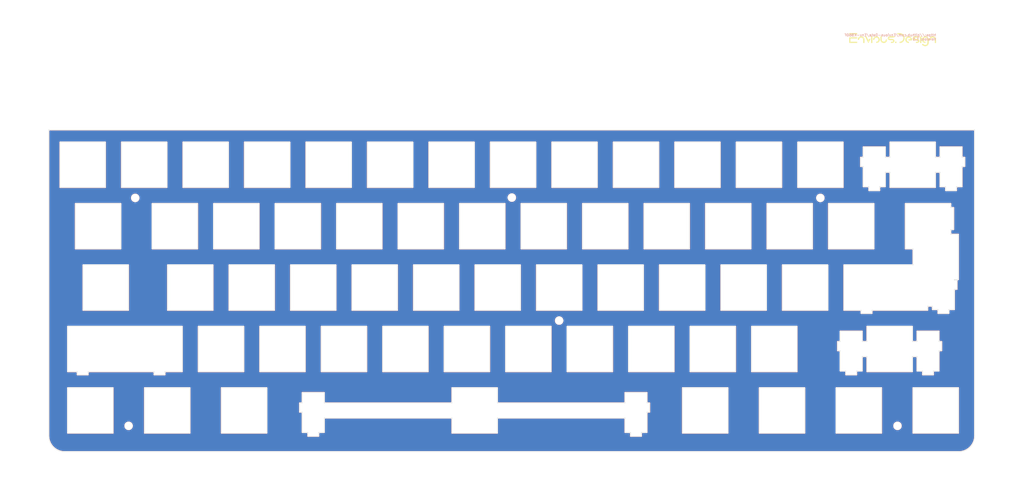
<source format=kicad_pcb>
(kicad_pcb (version 20240108) (generator "pcbnew") (generator_version "8.0")
  (layers (0 "F.Cu" signal) (31 "B.Cu" signal) (34 "B.Paste" user) (35 "F.Paste" user) (36 "B.SilkS" user "B.Silkscreen") (37 "F.SilkS" user "F.Silkscreen") (38 "B.Mask" user) (39 "F.Mask" user) (44 "Edge.Cuts" user))
  (net 0 "")
  (footprint "Env_Extras:MountingHole_2.2mm_M2-MODIFIED" (layer "F.Cu") (at 233.15 122.85)
    (property "Reference" "H1")
    (property "Value" "MountingHole")
    (pad "" np_thru_hole circle (at 0 0) (size 2.2 2.2) (drill 2.2) (layers "*.Cu" "*.Mask"))
  )
  (footprint "Env_Extras:MountingHole_2.2mm_M2-MODIFIED" (layer "F.Cu") (at 87 38.1)
    (property "Reference" "H3")
    (property "Value" "MountingHole")
    (pad "" np_thru_hole circle (at 0 0) (size 2.2 2.2) (drill 2.2) (layers "*.Cu" "*.Mask"))
  )
  (footprint "Env_Extras:MountingHole_2.2mm_M2-MODIFIED" (layer "F.Cu") (at 218.5 84.7)
    (property "Reference" "H9")
    (property "Value" "MountingHole")
    (pad "" np_thru_hole circle (at 0 0) (size 2.2 2.2) (drill 2.2) (layers "*.Cu" "*.Mask"))
  )
  (footprint "Env_Extras:MountingHole_2.2mm_M2-MODIFIED" (layer "F.Cu") (at 314.1 84.8)
    (property "Reference" "H10")
    (property "Value" "MountingHole")
    (pad "" np_thru_hole circle (at 0 0) (size 2.2 2.2) (drill 2.2) (layers "*.Cu" "*.Mask"))
  )
  (footprint "Env_Extras:MountingHole_2.2mm_M2-MODIFIED" (layer "F.Cu") (at 99.75 155.5)
    (property "Reference" "H2")
    (property "Value" "MountingHole")
    (pad "" np_thru_hole circle (at 0 0) (size 2.2 2.2) (drill 2.2) (layers "*.Cu" "*.Mask"))
  )
  (footprint "Env_Extras:MountingHole_2.2mm_M2-MODIFIED" (layer "F.Cu") (at 101.8 84.8)
    (property "Reference" "H4")
    (property "Value" "MountingHole")
    (pad "" np_thru_hole circle (at 0 0) (size 2.2 2.2) (drill 2.2) (layers "*.Cu" "*.Mask"))
  )
  (footprint "Env_Extras:MountingHole_2.2mm_M2-MODIFIED" (layer "F.Cu") (at 338 155.5)
    (property "Reference" "H6")
    (property "Value" "MountingHole")
    (pad "" np_thru_hole circle (at 0 0) (size 2.2 2.2) (drill 2.2) (layers "*.Cu" "*.Mask"))
  )
  (footprint "Env_Extras:MountingHole_2.2mm_M2-MODIFIED" (layer "F.Cu") (at 353.05 36.5)
    (property "Reference" "H11")
    (property "Value" "MountingHole")
    (pad "" np_thru_hole circle (at 0 0) (size 2.2 2.2) (drill 2.2) (layers "*.Cu" "*.Mask"))
  )
  (footprint "kibuzzard-627518B3" (layer "F.Cu") (at 336.5 35.7)
    (property "Reference" "kibuzzard-627518B3" (hide yes))
    (property "Value" "G***" (hide yes))
    (fp_poly (pts (xy -11.031141 -1.980406) (xy -11.031141 -1.68275) (xy -13.408422 -1.68275) (xy -13.408422 -1.980406) (xy -11.031141 -1.980406)) (stroke (width 0.1)) (fill solid) (layer "F.SilkS"))
    (fp_poly (pts (xy -6.332141 1.004094) (xy -6.629797 1.004094) (xy -6.629797 -0.980281) (xy -6.332141 -0.980281) (xy -6.332141 1.004094)) (stroke (width 0.1)) (fill solid) (layer "F.SilkS"))
    (fp_poly (pts (xy 0.803672 0.678656) (xy 1.137047 0.678656) (xy 1.137047 1.000125) (xy 0.803672 1.000125) (xy 0.803672 0.678656)) (stroke (width 0.1)) (fill solid) (layer "F.SilkS"))
    (fp_poly (pts (xy 8.832453 1.004094) (xy 8.534797 1.004094) (xy 8.534797 -0.980281) (xy 8.832453 -0.980281) (xy 8.832453 1.004094)) (stroke (width 0.1)) (fill solid) (layer "F.SilkS"))
    (fp_poly (pts (xy -7.272734 -0.194469) (xy -6.931422 -0.194469) (xy -7.514828 0.968375) (xy -7.514828 0.988219) (xy -8.483203 -0.972344) (xy -8.153797 -0.972344) (xy -7.514828 0.329406) (xy -7.514828 0.309563) (xy -7.272734 -0.194469)) (stroke (width 0.1)) (fill solid) (layer "F.SilkS"))
    (fp_poly (pts (xy -11.031141 -0.396875) (xy -13.114734 -0.396875) (xy -13.114734 0.6985) (xy -11.031141 0.6985) (xy -11.031141 0.992188) (xy -13.408422 0.992188) (xy -13.408422 0.896938) (xy -13.408422 -0.396875) (xy -13.408422 -0.690563) (xy -11.031141 -0.690563) (xy -11.031141 -0.396875)) (stroke (width 0.1)) (fill solid) (layer "F.SilkS"))
    (fp_poly (pts (xy -10.757297 0.003969) (xy -10.737453 -0.195957) (xy -10.677922 -0.382984) (xy -10.584656 -0.552648) (xy -10.463609 -0.700484) (xy -10.317262 -0.82302) (xy -10.148094 -0.916781) (xy -9.961066 -0.976313) (xy -9.761141 -0.996156) (xy -9.561215 -0.976313) (xy -9.374188 -0.916781) (xy -9.204523 -0.82302) (xy -9.056688 -0.700484) (xy -8.934152 -0.552648) (xy -8.840391 -0.382984) (xy -8.780859 -0.195957) (xy -8.761016 0.003969) (xy -8.761016 1.000125) (xy -9.062641 1.000125) (xy -9.062641 0.003969) (xy -9.116219 -0.265906) (xy -9.265047 -0.488156) (xy -9.487297 -0.638969) (xy -9.761141 -0.694531) (xy -10.034984 -0.638969) (xy -10.257234 -0.488156) (xy -10.406063 -0.265906) (xy -10.459641 0.003969) (xy -10.757297 0.003969)) (stroke (width 0.1)) (fill solid) (layer "F.SilkS"))
    (fp_poly (pts (xy 11.412141 0.003969) (xy 11.431984 -0.195957) (xy 11.491516 -0.382984) (xy 11.584781 -0.552648) (xy 11.705828 -0.700484) (xy 11.852176 -0.82302) (xy 12.021344 -0.916781) (xy 12.208371 -0.976313) (xy 12.408297 -0.996156) (xy 12.608223 -0.976313) (xy 12.79525 -0.916781) (xy 12.964914 -0.82302) (xy 13.11275 -0.700484) (xy 13.235285 -0.552648) (xy 13.329047 -0.382984) (xy 13.388578 -0.195957) (xy 13.408422 0.003969) (xy 13.408422 1.000125) (xy 13.106797 1.000125) (xy 13.106797 0.003969) (xy 13.053219 -0.265906) (xy 12.904391 -0.488156) (xy 12.682141 -0.638969) (xy 12.408297 -0.694531) (xy 12.134453 -0.638969) (xy 11.912203 -0.488156) (xy 11.763375 -0.265906) (xy 11.709797 0.003969) (xy 11.412141 0.003969)) (stroke (width 0.1)) (fill solid) (layer "F.SilkS"))
    (fp_poly (pts (xy -2.756297 0.702469) (xy -2.488406 0.646906) (xy -2.268141 0.498078) (xy -2.117328 0.277813) (xy -2.061766 0.007938) (xy -2.061766 0) (xy -1.760141 0) (xy -1.760141 0.007938) (xy -1.779984 0.207863) (xy -1.839516 0.394891) (xy -1.932781 0.564059) (xy -2.053828 0.710406) (xy -2.200672 0.831453) (xy -2.371328 0.924719) (xy -2.558852 0.98425) (xy -2.756297 1.004094) (xy -2.956223 0.98425) (xy -3.14325 0.924719) (xy -3.312418 0.831453) (xy -3.458766 0.710406) (xy -3.579813 0.564059) (xy -3.673078 0.394891) (xy -3.732609 0.207863) (xy -3.752453 0.007938) (xy -3.752453 -0.988219) (xy -3.450828 -0.988219) (xy -3.450828 0.007938) (xy -3.39725 0.277813) (xy -3.250406 0.498078) (xy -3.030141 0.646906) (xy -2.756297 0.702469)) (stroke (width 0.1)) (fill solid) (layer "F.SilkS"))
    (fp_poly (pts (xy 1.490266 -1.976438) (xy 2.276078 -1.976438) (xy 2.501305 -1.951137) (xy 2.740422 -1.875234) (xy 2.976563 -1.751211) (xy 3.192859 -1.581547) (xy 3.381375 -1.36773) (xy 3.534172 -1.11125) (xy 3.635375 -0.815578) (xy 3.669109 -0.484188) (xy 3.638848 -0.178098) (xy 3.548063 0.105172) (xy 3.408164 0.358676) (xy 3.230563 0.575469) (xy 3.020715 0.752574) (xy 2.784078 0.887016) (xy 2.532063 0.971848) (xy 2.276078 1.000125) (xy 2.188766 1.000125) (xy 2.188766 0.702469) (xy 2.41548 0.680641) (xy 2.63525 0.615156) (xy 2.839145 0.51048) (xy 3.018234 0.371078) (xy 3.168055 0.198438) (xy 3.284141 -0.005953) (xy 3.358555 -0.237629) (xy 3.383359 -0.492125) (xy 3.362027 -0.715367) (xy 3.298031 -0.932656) (xy 3.19534 -1.135063) (xy 3.057922 -1.313656) (xy 2.88677 -1.464469) (xy 2.682875 -1.583531) (xy 2.449215 -1.660922) (xy 2.188766 -1.686719) (xy 1.490266 -1.686719) (xy 1.490266 -1.976438)) (stroke (width 0.1)) (fill solid) (layer "F.SilkS"))
    (fp_poly (pts (xy -5.034359 -0.980281) (xy -4.83741 -0.960934) (xy -4.651375 -0.902891) (xy -4.482207 -0.811113) (xy -4.335859 -0.690563) (xy -4.215309 -0.544215) (xy -4.123531 -0.375047) (xy -4.065488 -0.189012) (xy -4.046141 0.007938) (xy -4.065488 0.207863) (xy -4.123531 0.394891) (xy -4.215309 0.563563) (xy -4.335859 0.708422) (xy -4.482207 0.826988) (xy -4.651375 0.916781) (xy -4.83741 0.973336) (xy -5.034359 0.992188) (xy -5.034359 0.694531) (xy -4.764484 0.640953) (xy -4.544219 0.494109) (xy -4.397375 0.275828) (xy -4.343797 0.007938) (xy -4.397375 -0.261938) (xy -4.544219 -0.482203) (xy -4.764484 -0.629047) (xy -5.034359 -0.682625) (xy -5.30225 -0.629047) (xy -5.520531 -0.482203) (xy -5.667375 -0.261938) (xy -5.720953 0.007938) (xy -6.018609 0.007938) (xy -5.999262 -0.189012) (xy -5.941219 -0.375047) (xy -5.849441 -0.544215) (xy -5.728891 -0.690563) (xy -5.583039 -0.811113) (xy -5.415359 -0.902891) (xy -5.230813 -0.960934) (xy -5.034359 -0.980281)) (stroke (width 0.1)) (fill solid) (layer "F.SilkS"))
    (fp_poly (pts (xy -1.192609 -0.4445) (xy -1.075531 -0.250031) (xy -0.791766 -0.194469) (xy -0.494109 -0.194469) (xy -0.319484 -0.1905) (xy -0.105172 -0.168672) (xy 0.115094 -0.115094) (xy 0.311547 -0.011906) (xy 0.452438 0.156766) (xy 0.506016 0.404813) (xy 0.452438 0.646906) (xy 0.313531 0.811609) (xy 0.121047 0.914797) (xy -0.097234 0.970359) (xy -0.309563 0.992188) (xy -0.482203 0.996156) (xy -0.482203 0.706438) (xy -0.303609 0.710406) (xy -0.075406 0.690563) (xy 0.121047 0.60325) (xy 0.204391 0.404813) (xy 0.156766 0.246063) (xy 0.035719 0.154781) (xy -0.123031 0.115094) (xy -0.283766 0.107156) (xy -0.791766 0.107156) (xy -1.073547 0.067469) (xy -1.291828 -0.045641) (xy -1.432719 -0.22225) (xy -1.482328 -0.452438) (xy -1.406922 -0.710406) (xy -1.212453 -0.875109) (xy -0.948531 -0.964406) (xy -0.664766 -0.992188) (xy 0.506016 -0.992188) (xy 0.506016 -0.690563) (xy -0.791766 -0.682625) (xy -0.894953 -0.668734) (xy -1.027906 -0.635) (xy -1.143 -0.565547) (xy -1.192609 -0.4445)) (stroke (width 0.1)) (fill solid) (layer "F.SilkS"))
    (fp_poly (pts (xy 6.538516 -0.4445) (xy 6.655594 -0.250031) (xy 6.939359 -0.194469) (xy 7.237016 -0.194469) (xy 7.411641 -0.1905) (xy 7.625953 -0.168672) (xy 7.846219 -0.115094) (xy 8.042672 -0.011906) (xy 8.183563 0.156766) (xy 8.237141 0.404813) (xy 8.183563 0.646906) (xy 8.044656 0.811609) (xy 7.852172 0.914797) (xy 7.633891 0.970359) (xy 7.421563 0.992188) (xy 7.248922 0.996156) (xy 7.248922 0.706438) (xy 7.427516 0.710406) (xy 7.655719 0.690563) (xy 7.852172 0.60325) (xy 7.935516 0.404813) (xy 7.887891 0.246063) (xy 7.766844 0.154781) (xy 7.608094 0.115094) (xy 7.447359 0.107156) (xy 6.939359 0.107156) (xy 6.657578 0.067469) (xy 6.439297 -0.045641) (xy 6.298406 -0.22225) (xy 6.248797 -0.452438) (xy 6.324203 -0.710406) (xy 6.518672 -0.875109) (xy 6.782594 -0.964406) (xy 7.066359 -0.992188) (xy 8.237141 -0.992188) (xy 8.237141 -0.690563) (xy 6.939359 -0.682625) (xy 6.836172 -0.668734) (xy 6.703219 -0.635) (xy 6.588125 -0.565547) (xy 6.538516 -0.4445)) (stroke (width 0.1)) (fill solid) (layer "F.SilkS"))
    (fp_poly (pts (xy 4.962922 1.008063) (xy 4.762996 0.988715) (xy 4.575969 0.930672) (xy 4.406801 0.838895) (xy 4.260453 0.718344) (xy 4.139902 0.571996) (xy 4.048125 0.402828) (xy 3.990082 0.215801) (xy 3.970734 0.015875) (xy 3.990082 -0.181074) (xy 4.048125 -0.367109) (xy 4.139902 -0.536277) (xy 4.260453 -0.682625) (xy 4.406801 -0.803672) (xy 4.575969 -0.896938) (xy 4.762996 -0.956469) (xy 4.962922 -0.976313) (xy 5.159871 -0.956469) (xy 5.345906 -0.896938) (xy 5.515074 -0.803672) (xy 5.661422 -0.682625) (xy 5.782469 -0.536277) (xy 5.875734 -0.367109) (xy 5.935266 -0.181074) (xy 5.955109 0.015875) (xy 5.955109 0.206375) (xy 4.962922 0.206375) (xy 4.962922 -0.091281) (xy 5.657453 -0.091281) (xy 5.603875 -0.3175) (xy 5.455047 -0.504031) (xy 5.232797 -0.631031) (xy 4.962922 -0.678656) (xy 4.689078 -0.625078) (xy 4.468813 -0.47625) (xy 4.321969 -0.254) (xy 4.268391 0.015875) (xy 4.321969 0.289719) (xy 4.468813 0.509984) (xy 4.689078 0.656828) (xy 4.962922 0.710406) (xy 4.962922 1.008063)) (stroke (width 0.1)) (fill solid) (layer "F.SilkS"))
    (fp_poly (pts (xy 11.118453 0.992188) (xy 11.099105 1.189137) (xy 11.041063 1.375172) (xy 10.949285 1.54434) (xy 10.828734 1.690688) (xy 10.682387 1.811238) (xy 10.513219 1.903016) (xy 10.326191 1.961059) (xy 10.126266 1.980406) (xy 9.930805 1.969492) (xy 9.749234 1.93675) (xy 9.58602 1.884164) (xy 9.445625 1.813719) (xy 9.235281 1.625203) (xy 9.138047 1.385094) (xy 9.495234 1.385094) (xy 9.558734 1.504156) (xy 9.669859 1.601391) (xy 9.850438 1.664891) (xy 10.126266 1.68275) (xy 10.400109 1.629172) (xy 10.620375 1.482328) (xy 10.767219 1.262063) (xy 10.820797 0.992188) (xy 10.820797 0) (xy 10.767219 -0.269875) (xy 10.620375 -0.492125) (xy 10.400109 -0.640953) (xy 10.126266 -0.694531) (xy 9.862344 -0.640953) (xy 9.642078 -0.492125) (xy 9.491266 -0.269875) (xy 9.435703 0) (xy 9.491266 0.269875) (xy 9.642078 0.492125) (xy 9.862344 0.640953) (xy 10.126266 0.694531) (xy 10.126266 0.992188) (xy 9.929316 0.97284) (xy 9.743281 0.914797) (xy 9.574113 0.823516) (xy 9.427766 0.704453) (xy 9.307215 0.559594) (xy 9.215438 0.390922) (xy 9.157395 0.202902) (xy 9.138047 0) (xy 9.157395 -0.196949) (xy 9.215438 -0.382984) (xy 9.307215 -0.552152) (xy 9.427766 -0.6985) (xy 9.574113 -0.819051) (xy 9.743281 -0.910828) (xy 9.929316 -0.968871) (xy 10.126266 -0.988219) (xy 10.326191 -0.968871) (xy 10.513219 -0.910828) (xy 10.682387 -0.819051) (xy 10.828734 -0.6985) (xy 10.949285 -0.552152) (xy 11.041063 -0.382984) (xy 11.099105 -0.196949) (xy 11.118453 0) (xy 11.118453 0.992188)) (stroke (width 0.1)) (fill solid) (layer "F.SilkS"))
  )
  (gr_line (start 349.6993 81.5093) (end 349.6993 76.8103) (stroke (width 0.1)) (layer "Edge.Cuts"))
  (gr_line (start 235.6873 138.6595) (end 235.6873 124.6601) (stroke (width 0.1)) (layer "Edge.Cuts"))
  (gr_line (start 240.4503 86.56) (end 254.4493 86.56) (stroke (width 0.1)) (layer "Edge.Cuts"))
  (gr_line (start 354.4623 94.5596) (end 355.3723 94.5596) (stroke (width 0.1)) (layer "Edge.Cuts"))
  (gr_line (start 187.7743 67.51) (end 187.7743 81.5093) (stroke (width 0.1)) (layer "Edge.Cuts"))
  (gr_line (start 183.3003 86.56) (end 197.2993 86.56) (stroke (width 0.1)) (layer "Edge.Cuts"))
  (gr_line (start 328.5563 138.6595) (end 342.5553 138.6595) (stroke (width 0.1)) (layer "Edge.Cuts"))
  (gr_line (start 94.9056 157.70946) (end 80.9063 157.70946) (stroke (width 0.1)) (layer "Edge.Cuts"))
  (gr_line (start 135.3873 124.6601) (end 135.3873 138.6595) (stroke (width 0.1)) (layer "Edge.Cuts"))
  (gr_line (start 111.5743 81.5093) (end 97.575 81.5093) (stroke (width 0.1)) (layer "Edge.Cuts"))
  (gr_line (start 192.8253 67.51) (end 206.8243 67.51) (stroke (width 0.1)) (layer "Edge.Cuts"))
  (gr_line (start 116.3368 124.6601) (end 80.9063 124.6601) (stroke (width 0.1)) (layer "Edge.Cuts"))
  (gr_line (start 327.0313 138.4293) (end 327.0313 133.9604) (stroke (width 0.1)) (layer "Edge.Cuts"))
  (gr_line (start 350.8303 138.4293) (end 350.8303 132.1593) (stroke (width 0.1)) (layer "Edge.Cuts"))
  (gr_line (start 169.0123 119.6093) (end 169.0123 105.61) (stroke (width 0.1)) (layer "Edge.Cuts"))
  (gr_line (start 159.1993 86.56) (end 159.1993 100.5593) (stroke (width 0.1)) (layer "Edge.Cuts"))
  (gr_line (start 253.5923 157.47933) (end 255.3173 157.47933) (stroke (width 0.1)) (layer "Edge.Cuts"))
  (gr_line (start 199.9673 148.4105) (end 160.3433 148.4105) (stroke (width 0.1)) (layer "Edge.Cuts"))
  (gr_line (start 278.2623 119.6093) (end 264.2623 119.6093) (stroke (width 0.1)) (layer "Edge.Cuts"))
  (gr_line (start 226.1623 119.6093) (end 226.1623 105.61) (stroke (width 0.1)) (layer "Edge.Cuts"))
  (gr_line (start 356.2493 82.4795) (end 356.2493 81.2793) (stroke (width 0.1)) (layer "Edge.Cuts"))
  (gr_line (start 311.5993 86.56) (end 311.5993 100.5593) (stroke (width 0.1)) (layer "Edge.Cuts"))
  (gr_line (start 169.0123 105.61) (end 183.0123 105.61) (stroke (width 0.1)) (layer "Edge.Cuts"))
  (gr_line (start 271.4063 143.71) (end 285.4053 143.71) (stroke (width 0.1)) (layer "Edge.Cuts"))
  (gr_line (start 154.7253 67.51) (end 168.7243 67.51) (stroke (width 0.1)) (layer "Edge.Cuts"))
  (gr_line (start 216.3493 100.5593) (end 202.3503 100.5593) (stroke (width 0.1)) (layer "Edge.Cuts"))
  (gr_line (start 342.5553 124.6601) (end 328.5563 124.6601) (stroke (width 0.1)) (layer "Edge.Cuts"))
  (gr_line (start 140.1493 100.5593) (end 126.1486 100.5593) (stroke (width 0.1)) (layer "Edge.Cuts"))
  (gr_line (start 178.5373 138.6595) (end 178.5373 124.6601) (stroke (width 0.1)) (layer "Edge.Cuts"))
  (gr_line (start 342.8423 143.71) (end 356.8433 143.71) (stroke (width 0.1)) (layer "Edge.Cuts"))
  (gr_line (start 160.3433 153.01037) (end 199.9673 153.01037) (stroke (width 0.1)) (layer "Edge.Cuts"))
  (gr_line (start 327.4253 75.0094) (end 327.4253 81.2793) (stroke (width 0.1)) (layer "Edge.Cuts"))
  (gr_line (start 297.6003 86.56) (end 311.5993 86.56) (stroke (width 0.1)) (layer "Edge.Cuts"))
  (gr_line (start 197.2993 100.5593) (end 183.3003 100.5593) (stroke (width 0.1)) (layer "Edge.Cuts"))
  (gr_line (start 351.2253 76.8103) (end 351.2253 81.2793) (stroke (width 0.1)) (layer "Edge.Cuts"))
  (gr_line (start 357.9743 68.9804) (end 351.2253 68.9804) (stroke (width 0.1)) (layer "Edge.Cuts"))
  (gr_line (start 350.8303 126.1303) (end 344.0813 126.1303) (stroke (width 0.1)) (layer "Edge.Cuts"))
  (gr_arc (start 361.959 158.546) (mid 360.494534 162.081534) (end 356.959 163.546) (stroke (width 0.1)) (layer "Edge.Cuts"))
  (gr_line (start 285.4053 157.70946) (end 271.4063 157.70946) (stroke (width 0.1)) (layer "Edge.Cuts"))
  (gr_line (start 355.5933 110.3105) (end 355.5933 110.0843) (stroke (width 0.1)) (layer "Edge.Cuts"))
  (gr_line (start 260.3433 157.47933) (end 260.3433 151.20926) (stroke (width 0.1)) (layer "Edge.Cuts"))
  (gr_line (start 249.6873 138.6595) (end 235.6873 138.6595) (stroke (width 0.1)) (layer "Edge.Cuts"))
  (gr_line (start 78.525 81.5093) (end 78.525 67.51) (stroke (width 0.1)) (layer "Edge.Cuts"))
  (gr_line (start 173.4873 138.6595) (end 159.4873 138.6595) (stroke (width 0.1)) (layer "Edge.Cuts"))
  (gr_line (start 163.9623 105.61) (end 163.9623 119.6093) (stroke (width 0.1)) (layer "Edge.Cuts"))
  (gr_line (start 80.9063 138.6595) (end 83.8813 138.6595) (stroke (width 0.1)) (layer "Edge.Cuts"))
  (gr_line (start 348.8423 119.3793) (end 350.5673 119.3793) (stroke (width 0.1)) (layer "Edge.Cuts"))
  (gr_line (start 107.68 139.6296) (end 110.9806 139.6296) (stroke (width 0.1)) (layer "Edge.Cuts"))
  (gr_line (start 255.3173 158.6796) (end 258.6183 158.6796) (stroke (width 0.1)) (layer "Edge.Cuts"))
  (gr_line (start 207.1123 119.6093) (end 207.1123 105.61) (stroke (width 0.1)) (layer "Edge.Cuts"))
  (gr_line (start 110.9806 138.6595) (end 116.3368 138.6595) (stroke (width 0.1)) (layer "Edge.Cuts"))
  (gr_line (start 297.3123 119.6093) (end 283.3123 119.6093) (stroke (width 0.1)) (layer "Edge.Cuts"))
  (gr_line (start 361.959 63.66) (end 74.959 63.66) (stroke (width 0.1)) (layer "Edge.Cuts"))
  (gr_line (start 226.1623 105.61) (end 240.1623 105.61) (stroke (width 0.1)) (layer "Edge.Cuts"))
  (gr_line (start 355.3723 87.8099) (end 354.4623 87.8099) (stroke (width 0.1)) (layer "Edge.Cuts"))
  (gr_line (start 342.5553 133.9604) (end 344.0813 133.9604) (stroke (width 0.1)) (layer "Edge.Cuts"))
  (gr_line (start 330.0683 119.6093) (end 347.3183 119.6093) (stroke (width 0.1)) (layer "Edge.Cuts"))
  (gr_line (start 245.2123 119.6093) (end 245.2123 105.61) (stroke (width 0.1)) (layer "Edge.Cuts"))
  (gr_line (start 340.4623 100.5593) (end 342.8423 100.5593) (stroke (width 0.1)) (layer "Edge.Cuts"))
  (gr_line (start 335.7003 67.51) (end 335.7003 72.2105) (stroke (width 0.1)) (layer "Edge.Cuts"))
  (gr_line (start 259.5003 86.56) (end 273.4993 86.56) (stroke (width 0.1)) (layer "Edge.Cuts"))
  (gr_line (start 354.4623 86.56) (end 340.4623 86.56) (stroke (width 0.1)) (layer "Edge.Cuts"))
  (gr_line (start 197.5873 138.6595) (end 197.5873 124.6601) (stroke (width 0.1)) (layer "Edge.Cuts"))
  (gr_line (start 111.5743 67.51) (end 111.5743 81.5093) (stroke (width 0.1)) (layer "Edge.Cuts"))
  (gr_line (start 329.1503 82.4795) (end 332.4493 82.4795) (stroke (width 0.1)) (layer "Edge.Cuts"))
  (gr_line (start 80.9063 124.6601) (end 80.9063 138.6595) (stroke (width 0.1)) (layer "Edge.Cuts"))
  (gr_line (start 104.7174 143.71) (end 118.7181 143.71) (stroke (width 0.1)) (layer "Edge.Cuts"))
  (gr_line (start 230.9253 81.5093) (end 230.9253 67.51) (stroke (width 0.1)) (layer "Edge.Cuts"))
  (gr_line (start 192.5373 138.6595) (end 178.5373 138.6595) (stroke (width 0.1)) (layer "Edge.Cuts"))
  (gr_line (start 79.959 163.546) (end 356.959 163.546) (stroke (width 0.1)) (layer "Edge.Cuts"))
  (gr_line (start 335.7003 72.2105) (end 334.1743 72.2105) (stroke (width 0.1)) (layer "Edge.Cuts"))
  (gr_line (start 326.5993 72.2105) (end 326.5993 75.0094) (stroke (width 0.1)) (layer "Edge.Cuts"))
  (gr_line (start 158.6183 158.6796) (end 158.6183 157.47933) (stroke (width 0.1)) (layer "Edge.Cuts"))
  (gr_line (start 240.1623 105.61) (end 240.1623 119.6093) (stroke (width 0.1)) (layer "Edge.Cuts"))
  (gr_line (start 309.2183 143.71) (end 309.2183 157.70946) (stroke (width 0.1)) (layer "Edge.Cuts"))
  (gr_line (start 249.9753 67.51) (end 263.9743 67.51) (stroke (width 0.1)) (layer "Edge.Cuts"))
  (gr_line (start 349.1053 138.4293) (end 350.8303 138.4293) (stroke (width 0.1)) (layer "Edge.Cuts"))
  (gr_line (start 295.2173 157.70946) (end 295.2173 143.71) (stroke (width 0.1)) (layer "Edge.Cuts"))
  (gr_line (start 326.7673 119.6093) (end 326.7673 120.5795) (stroke (width 0.1)) (layer "Edge.Cuts"))
  (gr_line (start 254.7373 124.6601) (end 268.7373 124.6601) (stroke (width 0.1)) (layer "Edge.Cuts"))
  (gr_line (start 302.3623 105.61) (end 316.3623 105.61) (stroke (width 0.1)) (layer "Edge.Cuts"))
  (gr_line (start 249.9753 81.5093) (end 249.9753 67.51) (stroke (width 0.1)) (layer "Edge.Cuts"))
  (gr_line (start 356.8433 143.71) (end 356.8433 157.70946) (stroke (width 0.1)) (layer "Edge.Cuts"))
  (gr_line (start 273.7873 124.6601) (end 287.7873 124.6601) (stroke (width 0.1)) (layer "Edge.Cuts"))
  (gr_line (start 211.8753 67.51) (end 225.8743 67.51) (stroke (width 0.1)) (layer "Edge.Cuts"))
  (gr_line (start 111.8625 119.6093) (end 111.8625 105.61) (stroke (width 0.1)) (layer "Edge.Cuts"))
  (gr_line (start 116.625 67.51) (end 130.6243 67.51) (stroke (width 0.1)) (layer "Edge.Cuts"))
  (gr_line (start 334.1743 81.2793) (end 334.1743 76.8103) (stroke (width 0.1)) (layer "Edge.Cuts"))
  (gr_line (start 130.9123 105.61) (end 144.9123 105.61) (stroke (width 0.1)) (layer "Edge.Cuts"))
  (gr_line (start 328.5563 124.6601) (end 328.5563 129.3605) (stroke (width 0.1)) (layer "Edge.Cuts"))
  (gr_line (start 321.4123 119.6093) (end 326.7673 119.6093) (stroke (width 0.1)) (layer "Edge.Cuts"))
  (gr_line (start 344.0813 133.9604) (end 344.0813 138.4293) (stroke (width 0.1)) (layer "Edge.Cuts"))
  (gr_line (start 351.2253 72.2105) (end 349.6993 72.2105) (stroke (width 0.1)) (layer "Edge.Cuts"))
  (gr_line (start 349.6993 72.2105) (end 349.6993 67.51) (stroke (width 0.1)) (layer "Edge.Cuts"))
  (gr_line (start 347.3183 119.6093) (end 347.3183 118.3594) (stroke (width 0.1)) (layer "Edge.Cuts"))
  (gr_line (start 259.2123 119.6093) (end 245.2123 119.6093) (stroke (width 0.1)) (layer "Edge.Cuts"))
  (gr_line (start 302.0743 81.5093) (end 288.0753 81.5093) (stroke (width 0.1)) (layer "Edge.Cuts"))
  (gr_line (start 187.7743 81.5093) (end 173.7753 81.5093) (stroke (width 0.1)) (layer "Edge.Cuts"))
  (gr_line (start 149.9623 105.61) (end 163.9623 105.61) (stroke (width 0.1)) (layer "Edge.Cuts"))
  (gr_line (start 333.0303 157.70946) (end 319.0313 157.70946) (stroke (width 0.1)) (layer "Edge.Cuts"))
  (gr_line (start 128.5313 157.70946) (end 128.5313 143.71) (stroke (width 0.1)) (layer "Edge.Cuts"))
  (gr_line (start 160.3433 145.1803) (end 153.5923 145.1803) (stroke (width 0.1)) (layer "Edge.Cuts"))
  (gr_line (start 287.7873 138.6595) (end 273.7873 138.6595) (stroke (width 0.1)) (layer "Edge.Cuts"))
  (gr_line (start 107.1 100.5593) (end 107.1 86.56) (stroke (width 0.1)) (layer "Edge.Cuts"))
  (gr_line (start 348.8423 118.3594) (end 348.8423 119.3793) (stroke (width 0.1)) (layer "Edge.Cuts"))
  (gr_line (start 94.9056 143.71) (end 94.9056 157.70946) (stroke (width 0.1)) (layer "Edge.Cuts"))
  (gr_line (start 178.5373 124.6601) (end 192.5373 124.6601) (stroke (width 0.1)) (layer "Edge.Cuts"))
  (gr_line (start 116.3368 138.6595) (end 116.3368 124.6601) (stroke (width 0.1)) (layer "Edge.Cuts"))
  (gr_line (start 230.9253 67.51) (end 244.9243 67.51) (stroke (width 0.1)) (layer "Edge.Cuts"))
  (gr_line (start 330.6493 86.56) (end 330.6493 100.5593) (stroke (width 0.1)) (layer "Edge.Cuts"))
  (gr_line (start 350.5673 120.5795) (end 353.8683 120.5795) (stroke (width 0.1)) (layer "Edge.Cuts"))
  (gr_line (start 334.1743 68.9804) (end 327.4253 68.9804) (stroke (width 0.1)) (layer "Edge.Cuts"))
  (gr_line (start 355.5933 113.1094) (end 356.4173 113.1094) (stroke (width 0.1)) (layer "Edge.Cuts"))
  (gr_line (start 345.8053 139.6296) (end 349.1053 139.6296) (stroke (width 0.1)) (layer "Edge.Cuts"))
  (gr_line (start 271.4063 157.70946) (end 271.4063 143.71) (stroke (width 0.1)) (layer "Edge.Cuts"))
  (gr_line (start 155.3173 157.47933) (end 155.3173 158.6796) (stroke (width 0.1)) (layer "Edge.Cuts"))
  (gr_line (start 260.3433 145.1803) (end 253.5923 145.1803) (stroke (width 0.1)) (layer "Edge.Cuts"))
  (gr_line (start 153.5923 157.47933) (end 155.3173 157.47933) (stroke (width 0.1)) (layer "Edge.Cuts"))
  (gr_line (start 173.7753 67.51) (end 187.7743 67.51) (stroke (width 0.1)) (layer "Edge.Cuts"))
  (gr_line (start 347.3183 118.3594) (end 348.8423 118.3594) (stroke (width 0.1)) (layer "Edge.Cuts"))
  (gr_line (start 355.5933 119.3793) (end 355.5933 113.1094) (stroke (width 0.1)) (layer "Edge.Cuts"))
  (gr_line (start 249.6873 124.6601) (end 249.6873 138.6595) (stroke (width 0.1)) (layer "Edge.Cuts"))
  (gr_line (start 355.3723 94.5596) (end 355.3723 87.8099) (stroke (width 0.1)) (layer "Edge.Cuts"))
  (gr_line (start 320.2813 138.4293) (end 322.0063 138.4293) (stroke (width 0.1)) (layer "Edge.Cuts"))
  (gr_line (start 142.5303 157.70946) (end 128.5313 157.70946) (stroke (width 0.1)) (layer "Edge.Cuts"))
  (gr_line (start 253.5923 148.4105) (end 213.9683 148.4105) (stroke (width 0.1)) (layer "Edge.Cuts"))
  (gr_circle (center 99.75 155.485) (end 98.635 155.485) (stroke (width 0.1)) (fill none) (layer "Edge.Cuts"))
  (gr_line (start 259.5003 100.5593) (end 259.5003 86.56) (stroke (width 0.1)) (layer "Edge.Cuts"))
  (gr_line (start 334.1743 76.8103) (end 335.7003 76.8103) (stroke (width 0.1)) (layer "Edge.Cuts"))
  (gr_line (start 352.9503 81.2793) (end 352.9503 82.4795) (stroke (width 0.1)) (layer "Edge.Cuts"))
  (gr_line (start 199.9673 153.01037) (end 199.9673 157.70946) (stroke (width 0.1)) (layer "Edge.Cuts"))
  (gr_circle (center 338 155.485) (end 336.885 155.485) (stroke (width 0.1)) (fill none) (layer "Edge.Cuts"))
  (gr_line (start 164.2503 86.56) (end 178.2493 86.56) (stroke (width 0.1)) (layer "Edge.Cuts"))
  (gr_line (start 302.0743 67.51) (end 302.0743 81.5093) (stroke (width 0.1)) (layer "Edge.Cuts"))
  (gr_line (start 140.4373 138.6595) (end 140.4373 124.6601) (stroke (width 0.1)) (layer "Edge.Cuts"))
  (gr_line (start 110.9806 139.6296) (end 110.9806 138.6595) (stroke (width 0.1)) (layer "Edge.Cuts"))
  (gr_line (start 361.959 158.546) (end 361.959 63.66) (stroke (width 0.1)) (layer "Edge.Cuts"))
  (gr_line (start 321.4123 105.61) (end 321.4123 119.6093) (stroke (width 0.1)) (layer "Edge.Cuts"))
  (gr_line (start 288.0753 81.5093) (end 288.0753 67.51) (stroke (width 0.1)) (layer "Edge.Cuts"))
  (gr_line (start 160.3433 148.4105) (end 160.3433 145.1803) (stroke (width 0.1)) (layer "Edge.Cuts"))
  (gr_circle (center 101.8 84.785) (end 100.685 84.785) (stroke (width 0.1)) (fill none) (layer "Edge.Cuts"))
  (gr_line (start 121.3875 124.6601) (end 135.3873 124.6601) (stroke (width 0.1)) (layer "Edge.Cuts"))
  (gr_line (start 216.6373 124.6601) (end 230.6373 124.6601) (stroke (width 0.1)) (layer "Edge.Cuts"))
  (gr_line (start 153.5923 145.1803) (end 153.5923 148.4105) (stroke (width 0.1)) (layer "Edge.Cuts"))
  (gr_line (start 99.6681 105.61) (end 99.6681 119.6093) (stroke (width 0.1)) (layer "Edge.Cuts"))
  (gr_line (start 92.5243 81.5093) (end 78.525 81.5093) (stroke (width 0.1)) (layer "Edge.Cuts"))
  (gr_line (start 356.2493 81.2793) (end 357.9743 81.2793) (stroke (width 0.1)) (layer "Edge.Cuts"))
  (gr_line (start 269.0253 81.5093) (end 269.0253 67.51) (stroke (width 0.1)) (layer "Edge.Cuts"))
  (gr_line (start 268.7373 124.6601) (end 268.7373 138.6595) (stroke (width 0.1)) (layer "Edge.Cuts"))
  (gr_line (start 159.4873 124.6601) (end 173.4873 124.6601) (stroke (width 0.1)) (layer "Edge.Cuts"))
  (gr_line (start 107.1 86.56) (end 121.0993 86.56) (stroke (width 0.1)) (layer "Edge.Cuts"))
  (gr_line (start 263.9743 67.51) (end 263.9743 81.5093) (stroke (width 0.1)) (layer "Edge.Cuts"))
  (gr_line (start 327.4253 72.2105) (end 326.5993 72.2105) (stroke (width 0.1)) (layer "Edge.Cuts"))
  (gr_line (start 345.8053 138.4293) (end 345.8053 139.6296) (stroke (width 0.1)) (layer "Edge.Cuts"))
  (gr_line (start 311.5993 100.5593) (end 297.6003 100.5593) (stroke (width 0.1)) (layer "Edge.Cuts"))
  (gr_line (start 145.1983 100.5593) (end 145.1983 86.56) (stroke (width 0.1)) (layer "Edge.Cuts"))
  (gr_line (start 352.9503 82.4795) (end 356.2493 82.4795) (stroke (width 0.1)) (layer "Edge.Cuts"))
  (gr_line (start 349.6993 76.8103) (end 351.2253 76.8103) (stroke (width 0.1)) (layer "Edge.Cuts"))
  (gr_line (start 357.9743 81.2793) (end 357.9743 75.0094) (stroke (width 0.1)) (layer "Edge.Cuts"))
  (gr_line (start 321.1243 81.5093) (end 307.1253 81.5093) (stroke (width 0.1)) (layer "Edge.Cuts"))
  (gr_line (start 225.8743 67.51) (end 225.8743 81.5093) (stroke (width 0.1)) (layer "Edge.Cuts"))
  (gr_line (start 168.7243 67.51) (end 168.7243 81.5093) (stroke (width 0.1)) (layer "Edge.Cuts"))
  (gr_line (start 87.1804 139.6296) (end 87.1804 138.6595) (stroke (width 0.1)) (layer "Edge.Cuts"))
  (gr_line (start 107.68 138.6595) (end 107.68 139.6296) (stroke (width 0.1)) (layer "Edge.Cuts"))
  (gr_line (start 327.4253 68.9804) (end 327.4253 72.2105) (stroke (width 0.1)) (layer "Edge.Cuts"))
  (gr_line (start 74.959 63.66) (end 74.959 158.546) (stroke (width 0.1)) (layer "Edge.Cuts"))
  (gr_line (start 350.8303 129.3605) (end 350.8303 126.1303) (stroke (width 0.1)) (layer "Edge.Cuts"))
  (gr_line (start 350.8303 132.1593) (end 351.6563 132.1593) (stroke (width 0.1)) (layer "Edge.Cuts"))
  (gr_line (start 342.5553 129.3605) (end 342.5553 124.6601) (stroke (width 0.1)) (layer "Edge.Cuts"))
  (gr_line (start 149.6743 67.51) (end 149.6743 81.5093) (stroke (width 0.1)) (layer "Edge.Cuts"))
  (gr_line (start 260.3433 151.20926) (end 261.1673 151.20926) (stroke (width 0.1)) (layer "Edge.Cuts"))
  (gr_line (start 140.4373 124.6601) (end 154.4373 124.6601) (stroke (width 0.1)) (layer "Edge.Cuts"))
  (gr_line (start 160.3433 157.47933) (end 160.3433 153.01037) (stroke (width 0.1)) (layer "Edge.Cuts"))
  (gr_line (start 92.5243 67.51) (end 92.5243 81.5093) (stroke (width 0.1)) (layer "Edge.Cuts"))
  (gr_line (start 283.3123 105.61) (end 297.3123 105.61) (stroke (width 0.1)) (layer "Edge.Cuts"))
  (gr_line (start 135.3873 138.6595) (end 121.3875 138.6595) (stroke (width 0.1)) (layer "Edge.Cuts"))
  (gr_line (start 297.3123 105.61) (end 297.3123 119.6093) (stroke (width 0.1)) (layer "Edge.Cuts"))
  (gr_line (start 85.6674 119.6093) (end 85.6674 105.61) (stroke (width 0.1)) (layer "Edge.Cuts"))
  (gr_line (start 83.2875 86.56) (end 97.2868 86.56) (stroke (width 0.1)) (layer "Edge.Cuts"))
  (gr_line (start 188.0623 105.61) (end 202.0623 105.61) (stroke (width 0.1)) (layer "Edge.Cuts"))
  (gr_line (start 329.1503 81.2793) (end 329.1503 82.4795) (stroke (width 0.1)) (layer "Edge.Cuts"))
  (gr_line (start 125.8618 119.6093) (end 111.8625 119.6093) (stroke (width 0.1)) (layer "Edge.Cuts"))
  (gr_line (start 199.9673 143.71) (end 199.9673 148.4105) (stroke (width 0.1)) (layer "Edge.Cuts"))
  (gr_line (start 144.9123 105.61) (end 144.9123 119.6093) (stroke (width 0.1)) (layer "Edge.Cuts"))
  (gr_line (start 351.2253 81.2793) (end 352.9503 81.2793) (stroke (width 0.1)) (layer "Edge.Cuts"))
  (gr_line (start 327.0313 129.3605) (end 327.0313 126.1303) (stroke (width 0.1)) (layer "Edge.Cuts"))
  (gr_line (start 173.7753 81.5093) (end 173.7753 67.51) (stroke (width 0.1)) (layer "Edge.Cuts"))
  (gr_line (start 168.7243 81.5093) (end 154.7253 81.5093) (stroke (width 0.1)) (layer "Edge.Cuts"))
  (gr_line (start 207.1123 105.61) (end 221.1123 105.61) (stroke (width 0.1)) (layer "Edge.Cuts"))
  (gr_line (start 344.0813 129.3605) (end 342.5553 129.3605) (stroke (width 0.1)) (layer "Edge.Cuts"))
  (gr_line (start 130.6243 81.5093) (end 116.625 81.5093) (stroke (width 0.1)) (layer "Edge.Cuts"))
  (gr_line (start 340.4623 86.56) (end 340.4623 100.5593) (stroke (width 0.1)) (layer "Edge.Cuts"))
  (gr_line (start 211.5873 138.6595) (end 197.5873 138.6595) (stroke (width 0.1)) (layer "Edge.Cuts"))
  (gr_line (start 316.3623 119.6093) (end 302.3623 119.6093) (stroke (width 0.1)) (layer "Edge.Cuts"))
  (gr_line (start 116.625 81.5093) (end 116.625 67.51) (stroke (width 0.1)) (layer "Edge.Cuts"))
  (gr_line (start 344.0813 126.1303) (end 344.0813 129.3605) (stroke (width 0.1)) (layer "Edge.Cuts"))
  (gr_line (start 152.7683 148.4105) (end 152.7683 151.20926) (stroke (width 0.1)) (layer "Edge.Cuts"))
  (gr_line (start 192.8253 81.5093) (end 192.8253 67.51) (stroke (width 0.1)) (layer "Edge.Cuts"))
  (gr_line (start 328.5563 133.9604) (end 328.5563 138.6595) (stroke (width 0.1)) (layer "Edge.Cuts"))
  (gr_line (start 307.1253 67.51) (end 321.1243 67.51) (stroke (width 0.1)) (layer "Edge.Cuts"))
  (gr_line (start 202.3503 100.5593) (end 202.3503 86.56) (stroke (width 0.1)) (layer "Edge.Cuts"))
  (gr_line (start 254.4493 100.5593) (end 240.4503 100.5593) (stroke (width 0.1)) (layer "Edge.Cuts"))
  (gr_line (start 328.5563 129.3605) (end 327.0313 129.3605) (stroke (width 0.1)) (layer "Edge.Cuts"))
  (gr_line (start 87.1804 138.6595) (end 107.68 138.6595) (stroke (width 0.1)) (layer "Edge.Cuts"))
  (gr_line (start 154.7253 81.5093) (end 154.7253 67.51) (stroke (width 0.1)) (layer "Edge.Cuts"))
  (gr_line (start 192.5373 124.6601) (end 192.5373 138.6595) (stroke (width 0.1)) (layer "Edge.Cuts"))
  (gr_line (start 153.5923 151.20926) (end 153.5923 157.47933) (stroke (width 0.1)) (layer "Edge.Cuts"))
  (gr_line (start 183.0123 119.6093) (end 169.0123 119.6093) (stroke (width 0.1)) (layer "Edge.Cuts"))
  (gr_line (start 322.0063 139.6296) (end 325.3053 139.6296) (stroke (width 0.1)) (layer "Edge.Cuts"))
  (gr_line (start 320.2813 129.3605) (end 319.4553 129.3605) (stroke (width 0.1)) (layer "Edge.Cuts"))
  (gr_line (start 221.1123 119.6093) (end 207.1123 119.6093) (stroke (width 0.1)) (layer "Edge.Cuts"))
  (gr_line (start 216.6373 138.6595) (end 216.6373 124.6601) (stroke (width 0.1)) (layer "Edge.Cuts"))
  (gr_line (start 118.7181 143.71) (end 118.7181 157.70946) (stroke (width 0.1)) (layer "Edge.Cuts"))
  (gr_line (start 142.5303 143.71) (end 142.5303 157.70946) (stroke (width 0.1)) (layer "Edge.Cuts"))
  (gr_line (start 213.9683 153.01037) (end 253.5923 153.01037) (stroke (width 0.1)) (layer "Edge.Cuts"))
  (gr_line (start 325.3053 139.6296) (end 325.3053 138.4293) (stroke (width 0.1)) (layer "Edge.Cuts"))
  (gr_line (start 319.0313 157.70946) (end 319.0313 143.71) (stroke (width 0.1)) (layer "Edge.Cuts"))
  (gr_line (start 97.2868 86.56) (end 97.2868 100.5593) (stroke (width 0.1)) (layer "Edge.Cuts"))
  (gr_line (start 197.2993 86.56) (end 197.2993 100.5593) (stroke (width 0.1)) (layer "Edge.Cuts"))
  (gr_line (start 351.2253 68.9804) (end 351.2253 72.2105) (stroke (width 0.1)) (layer "Edge.Cuts"))
  (gr_line (start 152.7683 151.20926) (end 153.5923 151.20926) (stroke (width 0.1)) (layer "Edge.Cuts"))
  (gr_line (start 121.0993 100.5593) (end 107.1 100.5593) (stroke (width 0.1)) (layer "Edge.Cuts"))
  (gr_line (start 320.2813 126.1303) (end 320.2813 129.3605) (stroke (width 0.1)) (layer "Edge.Cuts"))
  (gr_line (start 319.0313 143.71) (end 333.0303 143.71) (stroke (width 0.1)) (layer "Edge.Cuts"))
  (gr_line (start 292.8373 124.6601) (end 306.8373 124.6601) (stroke (width 0.1)) (layer "Edge.Cuts"))
  (gr_line (start 199.9673 157.70946) (end 213.9683 157.70946) (stroke (width 0.1)) (layer "Edge.Cuts"))
  (gr_line (start 178.2493 86.56) (end 178.2493 100.5593) (stroke (width 0.1)) (layer "Edge.Cuts"))
  (gr_line (start 126.1486 100.5593) (end 126.1486 86.56) (stroke (width 0.1)) (layer "Edge.Cuts"))
  (gr_line (start 342.8423 157.70946) (end 342.8423 143.71) (stroke (width 0.1)) (layer "Edge.Cuts"))
  (gr_line (start 261.1673 151.20926) (end 261.1673 148.4105) (stroke (width 0.1)) (layer "Edge.Cuts"))
  (gr_line (start 145.1983 86.56) (end 159.1993 86.56) (stroke (width 0.1)) (layer "Edge.Cuts"))
  (gr_line (start 140.1493 86.56) (end 140.1493 100.5593) (stroke (width 0.1)) (layer "Edge.Cuts"))
  (gr_line (start 197.5873 124.6601) (end 211.5873 124.6601) (stroke (width 0.1)) (layer "Edge.Cuts"))
  (gr_line (start 188.0623 119.6093) (end 188.0623 105.61) (stroke (width 0.1)) (layer "Edge.Cuts"))
  (gr_line (start 153.5923 148.4105) (end 152.7683 148.4105) (stroke (width 0.1)) (layer "Edge.Cuts"))
  (gr_line (start 154.4373 124.6601) (end 154.4373 138.6595) (stroke (width 0.1)) (layer "Edge.Cuts"))
  (gr_line (start 353.8683 120.5795) (end 353.8683 119.3793) (stroke (width 0.1)) (layer "Edge.Cuts"))
  (gr_line (start 263.9743 81.5093) (end 249.9753 81.5093) (stroke (width 0.1)) (layer "Edge.Cuts"))
  (gr_line (start 288.0753 67.51) (end 302.0743 67.51) (stroke (width 0.1)) (layer "Edge.Cuts"))
  (gr_line (start 206.8243 81.5093) (end 192.8253 81.5093) (stroke (width 0.1)) (layer "Edge.Cuts"))
  (gr_circle (center 314.1 84.785) (end 312.985 84.785) (stroke (width 0.1)) (fill none) (layer "Edge.Cuts"))
  (gr_line (start 97.575 67.51) (end 111.5743 67.51) (stroke (width 0.1)) (layer "Edge.Cuts"))
  (gr_line (start 330.0683 120.5795) (end 330.0683 119.6093) (stroke (width 0.1)) (layer "Edge.Cuts"))
  (gr_line (start 97.575 81.5093) (end 97.575 67.51) (stroke (width 0.1)) (layer "Edge.Cuts"))
  (gr_line (start 240.1623 119.6093) (end 226.1623 119.6093) (stroke (width 0.1)) (layer "Edge.Cuts"))
  (gr_line (start 316.6503 100.5593) (end 316.6503 86.56) (stroke (width 0.1)) (layer "Edge.Cuts"))
  (gr_line (start 255.3173 157.47933) (end 255.3173 158.6796) (stroke (width 0.1)) (layer "Edge.Cuts"))
  (gr_line (start 319.4553 132.1593) (end 320.2813 132.1593) (stroke (width 0.1)) (layer "Edge.Cuts"))
  (gr_line (start 332.4493 82.4795) (end 332.4493 81.2793) (stroke (width 0.1)) (layer "Edge.Cuts"))
  (gr_line (start 278.5503 100.5593) (end 278.5503 86.56) (stroke (width 0.1)) (layer "Edge.Cuts"))
  (gr_line (start 80.9063 157.70946) (end 80.9063 143.71) (stroke (width 0.1)) (layer "Edge.Cuts"))
  (gr_line (start 230.6373 124.6601) (end 230.6373 138.6595) (stroke (width 0.1)) (layer "Edge.Cuts"))
  (gr_line (start 349.6993 67.51) (end 335.7003 67.51) (stroke (width 0.1)) (layer "Edge.Cuts"))
  (gr_line (start 245.2123 105.61) (end 259.2123 105.61) (stroke (width 0.1)) (layer "Edge.Cuts"))
  (gr_line (start 163.9623 119.6093) (end 149.9623 119.6093) (stroke (width 0.1)) (layer "Edge.Cuts"))
  (gr_line (start 357.9743 75.0094) (end 358.8003 75.0094) (stroke (width 0.1)) (layer "Edge.Cuts"))
  (gr_line (start 99.6681 119.6093) (end 85.6674 119.6093) (stroke (width 0.1)) (layer "Edge.Cuts"))
  (gr_circle (center 218.5 84.685) (end 217.385 84.685) (stroke (width 0.1)) (fill none) (layer "Edge.Cuts"))
  (gr_line (start 216.3493 86.56) (end 216.3493 100.5593) (stroke (width 0.1)) (layer "Edge.Cuts"))
  (gr_line (start 344.0813 138.4293) (end 345.8053 138.4293) (stroke (width 0.1)) (layer "Edge.Cuts"))
  (gr_line (start 327.0313 133.9604) (end 328.5563 133.9604) (stroke (width 0.1)) (layer "Edge.Cuts"))
  (gr_line (start 335.7003 81.5093) (end 349.6993 81.5093) (stroke (width 0.1)) (layer "Edge.Cuts"))
  (gr_line (start 264.2623 119.6093) (end 264.2623 105.61) (stroke (width 0.1)) (layer "Edge.Cuts"))
  (gr_line (start 342.8423 100.5593) (end 342.8423 105.61) (stroke (width 0.1)) (layer "Edge.Cuts"))
  (gr_line (start 316.3623 105.61) (end 316.3623 119.6093) (stroke (width 0.1)) (layer "Edge.Cuts"))
  (gr_line (start 342.8423 105.61) (end 321.4123 105.61) (stroke (width 0.1)) (layer "Edge.Cuts"))
  (gr_line (start 295.2173 143.71) (end 309.2183 143.71) (stroke (width 0.1)) (layer "Edge.Cuts"))
  (gr_line (start 292.8373 138.6595) (end 292.8373 124.6601) (stroke (width 0.1)) (layer "Edge.Cuts"))
  (gr_line (start 332.4493 81.2793) (end 334.1743 81.2793) (stroke (width 0.1)) (layer "Edge.Cuts"))
  (gr_line (start 144.9123 119.6093) (end 130.9123 119.6093) (stroke (width 0.1)) (layer "Edge.Cuts"))
  (gr_line (start 358.8003 75.0094) (end 358.8003 72.2105) (stroke (width 0.1)) (layer "Edge.Cuts"))
  (gr_line (start 118.7181 157.70946) (end 104.7174 157.70946) (stroke (width 0.1)) (layer "Edge.Cuts"))
  (gr_line (start 321.1243 67.51) (end 321.1243 81.5093) (stroke (width 0.1)) (layer "Edge.Cuts"))
  (gr_line (start 292.5493 100.5593) (end 278.5503 100.5593) (stroke (width 0.1)) (layer "Edge.Cuts"))
  (gr_line (start 83.8813 138.6595) (end 83.8813 139.6296) (stroke (width 0.1)) (layer "Edge.Cuts"))
  (gr_line (start 235.3993 86.56) (end 235.3993 100.5593) (stroke (width 0.1)) (layer "Edge.Cuts"))
  (gr_line (start 325.3053 138.4293) (end 327.0313 138.4293) (stroke (width 0.1)) (layer "Edge.Cuts"))
  (gr_line (start 211.5873 124.6601) (end 211.5873 138.6595) (stroke (width 0.1)) (layer "Edge.Cuts"))
  (gr_line (start 254.4493 86.56) (end 254.4493 100.5593) (stroke (width 0.1)) (layer "Edge.Cuts"))
  (gr_line (start 130.9123 119.6093) (end 130.9123 105.61) (stroke (width 0.1)) (layer "Edge.Cuts"))
  (gr_line (start 85.6674 105.61) (end 99.6681 105.61) (stroke (width 0.1)) (layer "Edge.Cuts"))
  (gr_arc (start 79.959 163.546) (mid 76.423466 162.081534) (end 74.959 158.546) (stroke (width 0.1)) (layer "Edge.Cuts"))
  (gr_line (start 350.5673 119.3793) (end 350.5673 120.5795) (stroke (width 0.1)) (layer "Edge.Cuts"))
  (gr_line (start 264.2623 105.61) (end 278.2623 105.61) (stroke (width 0.1)) (layer "Edge.Cuts"))
  (gr_line (start 326.7673 120.5795) (end 330.0683 120.5795) (stroke (width 0.1)) (layer "Edge.Cuts"))
  (gr_line (start 283.0243 81.5093) (end 269.0253 81.5093) (stroke (width 0.1)) (layer "Edge.Cuts"))
  (gr_line (start 183.3003 100.5593) (end 183.3003 86.56) (stroke (width 0.1)) (layer "Edge.Cuts"))
  (gr_line (start 158.6183 157.47933) (end 160.3433 157.47933) (stroke (width 0.1)) (layer "Edge.Cuts"))
  (gr_line (start 357.9743 72.2105) (end 357.9743 68.9804) (stroke (width 0.1)) (layer "Edge.Cuts"))
  (gr_line (start 333.0303 143.71) (end 333.0303 157.70946) (stroke (width 0.1)) (layer "Edge.Cuts"))
  (gr_line (start 309.2183 157.70946) (end 295.2173 157.70946) (stroke (width 0.1)) (layer "Edge.Cuts"))
  (gr_line (start 128.5313 143.71) (end 142.5303 143.71) (stroke (width 0.1)) (layer "Edge.Cuts"))
  (gr_line (start 269.0253 67.51) (end 283.0243 67.51) (stroke (width 0.1)) (layer "Edge.Cuts"))
  (gr_line (start 202.0623 105.61) (end 202.0623 119.6093) (stroke (width 0.1)) (layer "Edge.Cuts"))
  (gr_line (start 221.4003 100.5593) (end 221.4003 86.56) (stroke (width 0.1)) (layer "Edge.Cuts"))
  (gr_line (start 258.6183 157.47933) (end 260.3433 157.47933) (stroke (width 0.1)) (layer "Edge.Cuts"))
  (gr_line (start 302.3623 119.6093) (end 302.3623 105.61) (stroke (width 0.1)) (layer "Edge.Cuts"))
  (gr_line (start 155.3173 158.6796) (end 158.6183 158.6796) (stroke (width 0.1)) (layer "Edge.Cuts"))
  (gr_line (start 125.8618 105.61) (end 125.8618 119.6093) (stroke (width 0.1)) (layer "Edge.Cuts"))
  (gr_line (start 287.7873 124.6601) (end 287.7873 138.6595) (stroke (width 0.1)) (layer "Edge.Cuts"))
  (gr_line (start 326.5993 75.0094) (end 327.4253 75.0094) (stroke (width 0.1)) (layer "Edge.Cuts"))
  (gr_line (start 213.9683 143.71) (end 199.9673 143.71) (stroke (width 0.1)) (layer "Edge.Cuts"))
  (gr_line (start 202.3503 86.56) (end 216.3493 86.56) (stroke (width 0.1)) (layer "Edge.Cuts"))
  (gr_line (start 130.6243 67.51) (end 130.6243 81.5093) (stroke (width 0.1)) (layer "Edge.Cuts"))
  (gr_line (start 83.8813 139.6296) (end 87.1804 139.6296) (stroke (width 0.1)) (layer "Edge.Cuts"))
  (gr_line (start 354.4623 96.085) (end 354.4623 94.5596) (stroke (width 0.1)) (layer "Edge.Cuts"))
  (gr_line (start 353.8683 119.3793) (end 355.5933 119.3793) (stroke (width 0.1)) (layer "Edge.Cuts"))
  (gr_line (start 335.7003 76.8103) (end 335.7003 81.5093) (stroke (width 0.1)) (layer "Edge.Cuts"))
  (gr_line (start 183.0123 105.61) (end 183.0123 119.6093) (stroke (width 0.1)) (layer "Edge.Cuts"))
  (gr_line (start 80.9063 143.71) (end 94.9056 143.71) (stroke (width 0.1)) (layer "Edge.Cuts"))
  (gr_line (start 173.4873 124.6601) (end 173.4873 138.6595) (stroke (width 0.1)) (layer "Edge.Cuts"))
  (gr_line (start 149.6743 81.5093) (end 135.6753 81.5093) (stroke (width 0.1)) (layer "Edge.Cuts"))
  (gr_line (start 83.2875 100.5593) (end 83.2875 86.56) (stroke (width 0.1)) (layer "Edge.Cuts"))
  (gr_line (start 260.3433 148.4105) (end 260.3433 145.1803) (stroke (width 0.1)) (layer "Edge.Cuts"))
  (gr_line (start 121.3875 138.6595) (end 121.3875 124.6601) (stroke (width 0.1)) (layer "Edge.Cuts"))
  (gr_line (start 164.2503 100.5593) (end 164.2503 86.56) (stroke (width 0.1)) (layer "Edge.Cuts"))
  (gr_line (start 297.6003 100.5593) (end 297.6003 86.56) (stroke (width 0.1)) (layer "Edge.Cuts"))
  (gr_line (start 261.1673 148.4105) (end 260.3433 148.4105) (stroke (width 0.1)) (layer "Edge.Cuts"))
  (gr_line (start 356.8433 110.0843) (end 356.8433 96.085) (stroke (width 0.1)) (layer "Edge.Cuts"))
  (gr_line (start 104.7174 157.70946) (end 104.7174 143.71) (stroke (width 0.1)) (layer "Edge.Cuts"))
  (gr_line (start 206.8243 67.51) (end 206.8243 81.5093) (stroke (width 0.1)) (layer "Edge.Cuts"))
  (gr_line (start 319.4553 129.3605) (end 319.4553 132.1593) (stroke (width 0.1)) (layer "Edge.Cuts"))
  (gr_line (start 97.2868 100.5593) (end 83.2875 100.5593) (stroke (width 0.1)) (layer "Edge.Cuts"))
  (gr_line (start 202.0623 119.6093) (end 188.0623 119.6093) (stroke (width 0.1)) (layer "Edge.Cuts"))
  (gr_line (start 273.4993 86.56) (end 273.4993 100.5593) (stroke (width 0.1)) (layer "Edge.Cuts"))
  (gr_line (start 322.0063 138.4293) (end 322.0063 139.6296) (stroke (width 0.1)) (layer "Edge.Cuts"))
  (gr_line (start 135.6753 81.5093) (end 135.6753 67.51) (stroke (width 0.1)) (layer "Edge.Cuts"))
  (gr_line (start 253.5923 145.1803) (end 253.5923 148.4105) (stroke (width 0.1)) (layer "Edge.Cuts"))
  (gr_line (start 351.6563 129.3605) (end 350.8303 129.3605) (stroke (width 0.1)) (layer "Edge.Cuts"))
  (gr_line (start 306.8373 124.6601) (end 306.8373 138.6595) (stroke (width 0.1)) (layer "Edge.Cuts"))
  (gr_line (start 121.0993 86.56) (end 121.0993 100.5593) (stroke (width 0.1)) (layer "Edge.Cuts"))
  (gr_line (start 358.8003 72.2105) (end 357.9743 72.2105) (stroke (width 0.1)) (layer "Edge.Cuts"))
  (gr_line (start 213.9683 148.4105) (end 213.9683 143.71) (stroke (width 0.1)) (layer "Edge.Cuts"))
  (gr_line (start 126.1486 86.56) (end 140.1493 86.56) (stroke (width 0.1)) (layer "Edge.Cuts"))
  (gr_line (start 258.6183 158.6796) (end 258.6183 157.47933) (stroke (width 0.1)) (layer "Edge.Cuts"))
  (gr_line (start 111.8625 105.61) (end 125.8618 105.61) (stroke (width 0.1)) (layer "Edge.Cuts"))
  (gr_line (start 356.4173 110.3105) (end 355.5933 110.3105) (stroke (width 0.1)) (layer "Edge.Cuts"))
  (gr_line (start 351.6563 132.1593) (end 351.6563 129.3605) (stroke (width 0.1)) (layer "Edge.Cuts"))
  (gr_line (start 240.4503 100.5593) (end 240.4503 86.56) (stroke (width 0.1)) (layer "Edge.Cuts"))
  (gr_line (start 283.3123 119.6093) (end 283.3123 105.61) (stroke (width 0.1)) (layer "Edge.Cuts"))
  (gr_line (start 221.4003 86.56) (end 235.3993 86.56) (stroke (width 0.1)) (layer "Edge.Cuts"))
  (gr_line (start 307.1253 81.5093) (end 307.1253 67.51) (stroke (width 0.1)) (layer "Edge.Cuts"))
  (gr_line (start 230.6373 138.6595) (end 216.6373 138.6595) (stroke (width 0.1)) (layer "Edge.Cuts"))
  (gr_line (start 278.2623 105.61) (end 278.2623 119.6093) (stroke (width 0.1)) (layer "Edge.Cuts"))
  (gr_line (start 306.8373 138.6595) (end 292.8373 138.6595) (stroke (width 0.1)) (layer "Edge.Cuts"))
  (gr_line (start 254.7373 138.6595) (end 254.7373 124.6601) (stroke (width 0.1)) (layer "Edge.Cuts"))
  (gr_line (start 320.2813 132.1593) (end 320.2813 138.4293) (stroke (width 0.1)) (layer "Edge.Cuts"))
  (gr_line (start 244.9243 67.51) (end 244.9243 81.5093) (stroke (width 0.1)) (layer "Edge.Cuts"))
  (gr_line (start 356.8433 157.70946) (end 342.8423 157.70946) (stroke (width 0.1)) (layer "Edge.Cuts"))
  (gr_line (start 235.3993 100.5593) (end 221.4003 100.5593) (stroke (width 0.1)) (layer "Edge.Cuts"))
  (gr_line (start 235.6873 124.6601) (end 249.6873 124.6601) (stroke (width 0.1)) (layer "Edge.Cuts"))
  (gr_line (start 330.6493 100.5593) (end 316.6503 100.5593) (stroke (width 0.1)) (layer "Edge.Cuts"))
  (gr_line (start 283.0243 67.51) (end 283.0243 81.5093) (stroke (width 0.1)) (layer "Edge.Cuts"))
  (gr_line (start 342.5553 138.6595) (end 342.5553 133.9604) (stroke (width 0.1)) (layer "Edge.Cuts"))
  (gr_line (start 356.8433 96.085) (end 354.4623 96.085) (stroke (width 0.1)) (layer "Edge.Cuts"))
  (gr_line (start 316.6503 86.56) (end 330.6493 86.56) (stroke (width 0.1)) (layer "Edge.Cuts"))
  (gr_line (start 213.9683 157.70946) (end 213.9683 153.01037) (stroke (width 0.1)) (layer "Edge.Cuts"))
  (gr_circle (center 233.15 122.835) (end 232.035 122.835) (stroke (width 0.1)) (fill none) (layer "Edge.Cuts"))
  (gr_line (start 178.2493 100.5593) (end 164.2503 100.5593) (stroke (width 0.1)) (layer "Edge.Cuts"))
  (gr_line (start 259.2123 105.61) (end 259.2123 119.6093) (stroke (width 0.1)) (layer "Edge.Cuts"))
  (gr_line (start 253.5923 153.01037) (end 253.5923 157.47933) (stroke (width 0.1)) (layer "Edge.Cuts"))
  (gr_line (start 225.8743 81.5093) (end 211.8753 81.5093) (stroke (width 0.1)) (layer "Edge.Cuts"))
  (gr_line (start 273.4993 100.5593) (end 259.5003 100.5593) (stroke (width 0.1)) (layer "Edge.Cuts"))
  (gr_line (start 159.4873 138.6595) (end 159.4873 124.6601) (stroke (width 0.1)) (layer "Edge.Cuts"))
  (gr_line (start 292.5493 86.56) (end 292.5493 100.5593) (stroke (width 0.1)) (layer "Edge.Cuts"))
  (gr_line (start 244.9243 81.5093) (end 230.9253 81.5093) (stroke (width 0.1)) (layer "Edge.Cuts"))
  (gr_line (start 149.9623 119.6093) (end 149.9623 105.61) (stroke (width 0.1)) (layer "Edge.Cuts"))
  (gr_line (start 354.4623 87.8099) (end 354.4623 86.56) (stroke (width 0.1)) (layer "Edge.Cuts"))
  (gr_line (start 278.5503 86.56) (end 292.5493 86.56) (stroke (width 0.1)) (layer "Edge.Cuts"))
  (gr_line (start 268.7373 138.6595) (end 254.7373 138.6595) (stroke (width 0.1)) (layer "Edge.Cuts"))
  (gr_line (start 221.1123 105.61) (end 221.1123 119.6093) (stroke (width 0.1)) (layer "Edge.Cuts"))
  (gr_line (start 159.1993 100.5593) (end 145.1983 100.5593) (stroke (width 0.1)) (layer "Edge.Cuts"))
  (gr_line (start 355.5933 110.0843) (end 356.8433 110.0843) (stroke (width 0.1)) (layer "Edge.Cuts"))
  (gr_line (start 356.4173 113.1094) (end 356.4173 110.3105) (stroke (width 0.1)) (layer "Edge.Cuts"))
  (gr_line (start 211.8753 81.5093) (end 211.8753 67.51) (stroke (width 0.1)) (layer "Edge.Cuts"))
  (gr_line (start 349.1053 139.6296) (end 349.1053 138.4293) (stroke (width 0.1)) (layer "Edge.Cuts"))
  (gr_line (start 334.1743 72.2105) (end 334.1743 68.9804) (stroke (width 0.1)) (layer "Edge.Cuts"))
  (gr_line (start 135.6753 67.51) (end 149.6743 67.51) (stroke (width 0.1)) (layer "Edge.Cuts"))
  (gr_line (start 327.4253 81.2793) (end 329.1503 81.2793) (stroke (width 0.1)) (layer "Edge.Cuts"))
  (gr_line (start 285.4053 143.71) (end 285.4053 157.70946) (stroke (width 0.1)) (layer "Edge.Cuts"))
  (gr_line (start 78.525 67.51) (end 92.5243 67.51) (stroke (width 0.1)) (layer "Edge.Cuts"))
  (gr_line (start 327.0313 126.1303) (end 320.2813 126.1303) (stroke (width 0.1)) (layer "Edge.Cuts"))
  (gr_line (start 154.4373 138.6595) (end 140.4373 138.6595) (stroke (width 0.1)) (layer "Edge.Cuts"))
  (gr_line (start 273.7873 138.6595) (end 273.7873 124.6601) (stroke (width 0.1)) (layer "Edge.Cuts"))
  (gr_text "https://github.com/Envious-Data/Env-KB60F\nVersion: 1.0" (at 350.046373 34.921538 0) (layer "B.SilkS") (effects (font (size 0.8 0.8)) (justify left mirror)))
  (zone (net 0) (net_name "") (layers "F&B.Cu") (connect_pads yes (clearance 0.508)) (min_thickness 0.254) (fill yes (thermal_gap 0.508) (thermal_bridge_width 0.508))
    (polygon (pts (xy 377.2 178.8) (xy 59.9 178.8) (xy 59.9 23.4) (xy 377.2 23.4)))
  )
)
</source>
